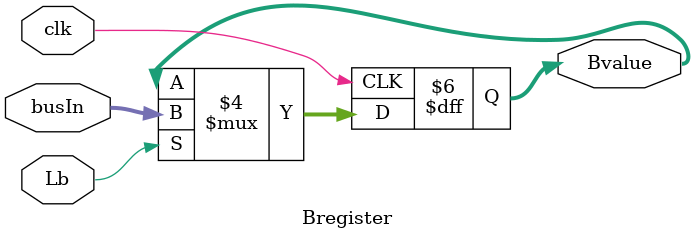
<source format=v>
module Bregister (
    clk,        // <i
    Lb,         // <i
    busIn,      // <i
    Bvalue      // >o
);

input clk, Lb;
input [7:0] busIn;
output [7:0] Bvalue;

reg [7:0] Bvalue;

initial begin
    Bvalue = 8'd0;
end


always @(posedge clk) begin
    if (Lb) begin
        Bvalue = busIn;
    end
    else begin
        Bvalue = Bvalue;
    end
end
endmodule

</source>
